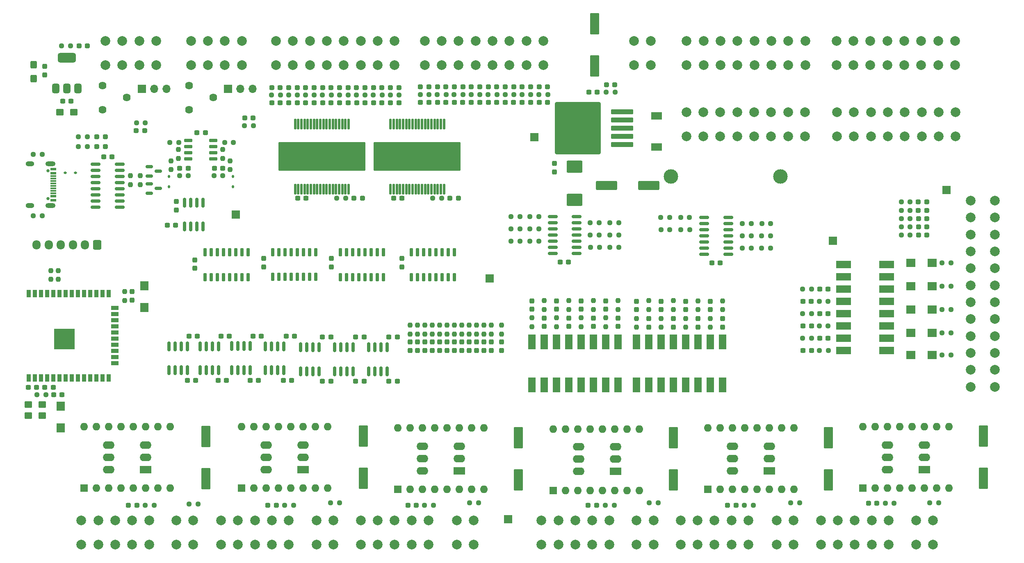
<source format=gts>
G04 #@! TF.GenerationSoftware,KiCad,Pcbnew,8.0.2*
G04 #@! TF.CreationDate,2024-05-03T17:38:01+02:00*
G04 #@! TF.ProjectId,FluidNC,466c7569-644e-4432-9e6b-696361645f70,rev?*
G04 #@! TF.SameCoordinates,Original*
G04 #@! TF.FileFunction,Soldermask,Top*
G04 #@! TF.FilePolarity,Negative*
%FSLAX46Y46*%
G04 Gerber Fmt 4.6, Leading zero omitted, Abs format (unit mm)*
G04 Created by KiCad (PCBNEW 8.0.2) date 2024-05-03 17:38:01*
%MOMM*%
%LPD*%
G01*
G04 APERTURE LIST*
G04 Aperture macros list*
%AMRoundRect*
0 Rectangle with rounded corners*
0 $1 Rounding radius*
0 $2 $3 $4 $5 $6 $7 $8 $9 X,Y pos of 4 corners*
0 Add a 4 corners polygon primitive as box body*
4,1,4,$2,$3,$4,$5,$6,$7,$8,$9,$2,$3,0*
0 Add four circle primitives for the rounded corners*
1,1,$1+$1,$2,$3*
1,1,$1+$1,$4,$5*
1,1,$1+$1,$6,$7*
1,1,$1+$1,$8,$9*
0 Add four rect primitives between the rounded corners*
20,1,$1+$1,$2,$3,$4,$5,0*
20,1,$1+$1,$4,$5,$6,$7,0*
20,1,$1+$1,$6,$7,$8,$9,0*
20,1,$1+$1,$8,$9,$2,$3,0*%
G04 Aperture macros list end*
%ADD10RoundRect,0.237500X-0.237500X0.250000X-0.237500X-0.250000X0.237500X-0.250000X0.237500X0.250000X0*%
%ADD11RoundRect,0.237500X-0.287500X-0.237500X0.287500X-0.237500X0.287500X0.237500X-0.287500X0.237500X0*%
%ADD12RoundRect,0.237500X0.250000X0.237500X-0.250000X0.237500X-0.250000X-0.237500X0.250000X-0.237500X0*%
%ADD13RoundRect,0.237500X-0.250000X-0.237500X0.250000X-0.237500X0.250000X0.237500X-0.250000X0.237500X0*%
%ADD14RoundRect,0.237500X0.237500X-0.250000X0.237500X0.250000X-0.237500X0.250000X-0.237500X-0.250000X0*%
%ADD15RoundRect,0.237500X-0.300000X-0.237500X0.300000X-0.237500X0.300000X0.237500X-0.300000X0.237500X0*%
%ADD16C,2.000000*%
%ADD17C,0.650000*%
%ADD18R,1.240000X0.600000*%
%ADD19R,1.240000X0.300000*%
%ADD20O,2.100000X1.000000*%
%ADD21O,1.800000X1.000000*%
%ADD22RoundRect,0.150000X-0.150000X0.825000X-0.150000X-0.825000X0.150000X-0.825000X0.150000X0.825000X0*%
%ADD23RoundRect,0.237500X0.287500X0.237500X-0.287500X0.237500X-0.287500X-0.237500X0.287500X-0.237500X0*%
%ADD24RoundRect,0.150000X0.150000X-0.725000X0.150000X0.725000X-0.150000X0.725000X-0.150000X-0.725000X0*%
%ADD25RoundRect,0.237500X0.237500X-0.287500X0.237500X0.287500X-0.237500X0.287500X-0.237500X-0.287500X0*%
%ADD26C,1.620000*%
%ADD27RoundRect,0.112500X0.187500X0.112500X-0.187500X0.112500X-0.187500X-0.112500X0.187500X-0.112500X0*%
%ADD28RoundRect,0.150000X-0.587500X-0.150000X0.587500X-0.150000X0.587500X0.150000X-0.587500X0.150000X0*%
%ADD29RoundRect,0.375000X0.375000X-0.625000X0.375000X0.625000X-0.375000X0.625000X-0.375000X-0.625000X0*%
%ADD30RoundRect,0.500000X1.400000X-0.500000X1.400000X0.500000X-1.400000X0.500000X-1.400000X-0.500000X0*%
%ADD31RoundRect,0.250000X-0.537500X-0.425000X0.537500X-0.425000X0.537500X0.425000X-0.537500X0.425000X0*%
%ADD32RoundRect,0.237500X-0.237500X0.300000X-0.237500X-0.300000X0.237500X-0.300000X0.237500X0.300000X0*%
%ADD33C,1.200000*%
%ADD34RoundRect,0.178500X-8.821500X-2.796500X8.821500X-2.796500X8.821500X2.796500X-8.821500X2.796500X0*%
%ADD35RoundRect,0.112500X-0.112500X-0.987500X0.112500X-0.987500X0.112500X0.987500X-0.112500X0.987500X0*%
%ADD36RoundRect,0.237500X0.300000X0.237500X-0.300000X0.237500X-0.300000X-0.237500X0.300000X-0.237500X0*%
%ADD37R,2.400000X1.600000*%
%ADD38O,2.400000X1.600000*%
%ADD39RoundRect,0.250000X0.700000X-1.950000X0.700000X1.950000X-0.700000X1.950000X-0.700000X-1.950000X0*%
%ADD40R,1.600000X3.100000*%
%ADD41R,1.600000X1.600000*%
%ADD42O,1.600000X1.600000*%
%ADD43RoundRect,0.150000X-0.725000X-0.150000X0.725000X-0.150000X0.725000X0.150000X-0.725000X0.150000X0*%
%ADD44RoundRect,0.250000X0.537500X0.425000X-0.537500X0.425000X-0.537500X-0.425000X0.537500X-0.425000X0*%
%ADD45RoundRect,0.250000X0.600000X0.725000X-0.600000X0.725000X-0.600000X-0.725000X0.600000X-0.725000X0*%
%ADD46O,1.700000X1.950000*%
%ADD47RoundRect,0.150000X-0.825000X-0.150000X0.825000X-0.150000X0.825000X0.150000X-0.825000X0.150000X0*%
%ADD48R,1.925000X1.700000*%
%ADD49R,1.700000X1.700000*%
%ADD50R,1.700000X1.925000*%
%ADD51RoundRect,0.237500X0.237500X-0.300000X0.237500X0.300000X-0.237500X0.300000X-0.237500X-0.300000X0*%
%ADD52C,3.000000*%
%ADD53O,1.700000X1.700000*%
%ADD54RoundRect,0.150000X0.150000X-0.825000X0.150000X0.825000X-0.150000X0.825000X-0.150000X-0.825000X0*%
%ADD55RoundRect,0.112500X-0.112500X0.187500X-0.112500X-0.187500X0.112500X-0.187500X0.112500X0.187500X0*%
%ADD56R,2.200000X1.500000*%
%ADD57R,3.100000X1.600000*%
%ADD58R,0.900000X1.500000*%
%ADD59R,1.500000X0.900000*%
%ADD60C,0.600000*%
%ADD61R,4.200000X4.200000*%
%ADD62RoundRect,0.150000X0.825000X0.150000X-0.825000X0.150000X-0.825000X-0.150000X0.825000X-0.150000X0*%
%ADD63RoundRect,0.250000X2.050000X0.300000X-2.050000X0.300000X-2.050000X-0.300000X2.050000X-0.300000X0*%
%ADD64RoundRect,0.250002X4.449998X5.149998X-4.449998X5.149998X-4.449998X-5.149998X4.449998X-5.149998X0*%
%ADD65RoundRect,0.250000X-1.400000X-1.000000X1.400000X-1.000000X1.400000X1.000000X-1.400000X1.000000X0*%
%ADD66RoundRect,0.250000X-0.425000X0.537500X-0.425000X-0.537500X0.425000X-0.537500X0.425000X0.537500X0*%
%ADD67RoundRect,0.250000X1.950000X0.700000X-1.950000X0.700000X-1.950000X-0.700000X1.950000X-0.700000X0*%
G04 APERTURE END LIST*
D10*
X80264000Y-66383500D03*
X80264000Y-68208500D03*
X81788000Y-66383500D03*
X81788000Y-68208500D03*
D11*
X22125000Y-103600000D03*
X23875000Y-103600000D03*
X15597500Y-29464000D03*
X17347500Y-29464000D03*
D12*
X122425000Y-103600000D03*
X120600000Y-103600000D03*
D13*
X3255000Y-80772000D03*
X5080000Y-80772000D03*
D12*
X163171500Y-69088000D03*
X161346500Y-69088000D03*
D14*
X43145000Y-34210000D03*
X43145000Y-32385000D03*
D11*
X174925000Y-103200000D03*
X176675000Y-103200000D03*
D15*
X72737500Y-20400000D03*
X74462500Y-20400000D03*
D10*
X97028000Y-66383500D03*
X97028000Y-68208500D03*
D13*
X55187500Y-18800000D03*
X57012500Y-18800000D03*
D16*
X77104000Y-12620000D03*
X77104000Y-7620000D03*
X73604000Y-12620000D03*
X73604000Y-7620000D03*
X70104000Y-12620000D03*
X70104000Y-7620000D03*
X66604000Y-12620000D03*
X66604000Y-7620000D03*
X63104000Y-12620000D03*
X63104000Y-7620000D03*
X59604000Y-12620000D03*
X59604000Y-7620000D03*
X56104000Y-12620000D03*
X56104000Y-7620000D03*
X52604000Y-12620000D03*
X52604000Y-7620000D03*
X12416000Y-106760000D03*
X12416000Y-111760000D03*
X15916000Y-106760000D03*
X15916000Y-111760000D03*
X19416000Y-106760000D03*
X19416000Y-111760000D03*
X22916000Y-106760000D03*
X22916000Y-111760000D03*
X26416000Y-106760000D03*
X26416000Y-111760000D03*
D13*
X101130500Y-43942000D03*
X102955500Y-43942000D03*
D15*
X111240000Y-53340000D03*
X112965000Y-53340000D03*
D14*
X22527500Y-37300500D03*
X22527500Y-35475500D03*
D17*
X5505500Y-34420000D03*
X5505500Y-40200000D03*
D18*
X6625500Y-34110000D03*
X6625500Y-34910000D03*
D19*
X6625500Y-36060000D03*
X6625500Y-37060000D03*
X6625500Y-37560000D03*
X6625500Y-38560000D03*
D18*
X6625500Y-39710000D03*
X6625500Y-40510000D03*
X6625500Y-40510000D03*
X6625500Y-39710000D03*
D19*
X6625500Y-39060000D03*
X6625500Y-38060000D03*
X6625500Y-36560000D03*
X6625500Y-35560000D03*
D18*
X6625500Y-34910000D03*
X6625500Y-34110000D03*
D20*
X6025500Y-32990000D03*
D21*
X1825500Y-32990000D03*
D20*
X6025500Y-41630000D03*
D21*
X1825500Y-41630000D03*
D13*
X136209000Y-46609000D03*
X138034000Y-46609000D03*
D22*
X75514000Y-70931000D03*
X74244000Y-70931000D03*
X72974000Y-70931000D03*
X71704000Y-70931000D03*
X71704000Y-75881000D03*
X72974000Y-75881000D03*
X74244000Y-75881000D03*
X75514000Y-75881000D03*
D16*
X107412000Y-106760000D03*
X107412000Y-111760000D03*
X110912000Y-106760000D03*
X110912000Y-111760000D03*
X114412000Y-106760000D03*
X114412000Y-111760000D03*
X117912000Y-106760000D03*
X117912000Y-111760000D03*
X121412000Y-106760000D03*
X121412000Y-111760000D03*
D10*
X137160000Y-64977000D03*
X137160000Y-66802000D03*
D13*
X41978500Y-28575000D03*
X43803500Y-28575000D03*
D23*
X186975000Y-42600000D03*
X185225000Y-42600000D03*
D13*
X63857500Y-103124000D03*
X65682500Y-103124000D03*
D22*
X54229000Y-70742000D03*
X52959000Y-70742000D03*
X51689000Y-70742000D03*
X50419000Y-70742000D03*
X50419000Y-75692000D03*
X51689000Y-75692000D03*
X52959000Y-75692000D03*
X54229000Y-75692000D03*
D10*
X99187000Y-66383500D03*
X99187000Y-68208500D03*
D13*
X85887500Y-18700000D03*
X87712500Y-18700000D03*
X129643500Y-103124000D03*
X131468500Y-103124000D03*
X101130500Y-46482000D03*
X102955500Y-46482000D03*
D24*
X37973000Y-56458000D03*
X39243000Y-56458000D03*
X40513000Y-56458000D03*
X41783000Y-56458000D03*
X43053000Y-56458000D03*
X44323000Y-56458000D03*
X45593000Y-56458000D03*
X46863000Y-56458000D03*
X46863000Y-51308000D03*
X45593000Y-51308000D03*
X44323000Y-51308000D03*
X43053000Y-51308000D03*
X41783000Y-51308000D03*
X40513000Y-51308000D03*
X39243000Y-51308000D03*
X37973000Y-51308000D03*
D15*
X57049500Y-40112000D03*
X58774500Y-40112000D03*
D25*
X92456000Y-71600000D03*
X92456000Y-69850000D03*
D26*
X34624000Y-21804000D03*
X39624000Y-19304000D03*
X34624000Y-16804000D03*
D13*
X190095500Y-53467000D03*
X191920500Y-53467000D03*
D10*
X83312000Y-66383500D03*
X83312000Y-68208500D03*
D27*
X11208500Y-34816500D03*
X9108500Y-34816500D03*
D28*
X26416000Y-33594000D03*
X26416000Y-35494000D03*
X28291000Y-34544000D03*
D25*
X90932000Y-71600000D03*
X90932000Y-69850000D03*
D12*
X123379000Y-47752000D03*
X121554000Y-47752000D03*
D10*
X120650000Y-64823500D03*
X120650000Y-66648500D03*
D16*
X70104000Y-106760000D03*
X70104000Y-111760000D03*
X73604000Y-106760000D03*
X73604000Y-111760000D03*
X77104000Y-106760000D03*
X77104000Y-111760000D03*
X80604000Y-106760000D03*
X80604000Y-111760000D03*
X84104000Y-106760000D03*
X84104000Y-111760000D03*
X60960000Y-106760000D03*
X60960000Y-111760000D03*
X64460000Y-106760000D03*
X64460000Y-111760000D03*
D15*
X76237500Y-20400000D03*
X77962500Y-20400000D03*
D13*
X32684000Y-35433000D03*
X34509000Y-35433000D03*
D10*
X95504000Y-66383500D03*
X95504000Y-68208500D03*
D11*
X106925000Y-17100000D03*
X108675000Y-17100000D03*
D13*
X51687500Y-18800000D03*
X53512500Y-18800000D03*
D29*
X7098000Y-17374000D03*
X9398000Y-17374000D03*
D30*
X9398000Y-11074000D03*
D29*
X11698000Y-17374000D03*
D31*
X1443000Y-85090000D03*
X4318000Y-85090000D03*
D23*
X187000000Y-46000000D03*
X185250000Y-46000000D03*
D32*
X144780000Y-65027000D03*
X144780000Y-66752000D03*
D12*
X27412500Y-103600000D03*
X25587500Y-103600000D03*
D33*
X77264000Y-30000000D03*
X77264000Y-31500000D03*
X77264000Y-33000000D03*
X78764000Y-30000000D03*
X78764000Y-31500000D03*
X78764000Y-33000000D03*
X80264000Y-30000000D03*
X80264000Y-31500000D03*
X80264000Y-33000000D03*
X81764000Y-30000000D03*
X81764000Y-31500000D03*
D34*
X81764000Y-31500000D03*
D33*
X81764000Y-33000000D03*
X83264000Y-30000000D03*
X83264000Y-31500000D03*
X83264000Y-33000000D03*
X84764000Y-30000000D03*
X84764000Y-31500000D03*
X84764000Y-33000000D03*
X86264000Y-30000000D03*
X86264000Y-31500000D03*
X86264000Y-33000000D03*
D35*
X76239000Y-38240000D03*
X76889000Y-38240000D03*
X77539000Y-38240000D03*
X78189000Y-38240000D03*
X78839000Y-38240000D03*
X79489000Y-38240000D03*
X80139000Y-38240000D03*
X80789000Y-38240000D03*
X81439000Y-38240000D03*
X82089000Y-38240000D03*
X82739000Y-38240000D03*
X83389000Y-38240000D03*
X84039000Y-38240000D03*
X84689000Y-38240000D03*
X85339000Y-38240000D03*
X85989000Y-38240000D03*
X86639000Y-38240000D03*
X87289000Y-38240000D03*
X87289000Y-24760000D03*
X86639000Y-24760000D03*
X85989000Y-24760000D03*
X85339000Y-24760000D03*
X84689000Y-24760000D03*
X84039000Y-24760000D03*
X83389000Y-24760000D03*
X82739000Y-24760000D03*
X82089000Y-24760000D03*
X81439000Y-24760000D03*
X80789000Y-24760000D03*
X80139000Y-24760000D03*
X79489000Y-24760000D03*
X78839000Y-24760000D03*
X78189000Y-24760000D03*
X77539000Y-24760000D03*
X76889000Y-24760000D03*
X76239000Y-24760000D03*
D15*
X69060000Y-68834000D03*
X70785000Y-68834000D03*
D16*
X127056000Y-106760000D03*
X127056000Y-111760000D03*
X130556000Y-106760000D03*
X130556000Y-111760000D03*
D10*
X92456000Y-66383500D03*
X92456000Y-68208500D03*
D15*
X34305000Y-77789000D03*
X36030000Y-77789000D03*
D11*
X15625500Y-27432000D03*
X17375500Y-27432000D03*
D23*
X187000000Y-47700000D03*
X185250000Y-47700000D03*
D32*
X127000000Y-61394000D03*
X127000000Y-63119000D03*
D11*
X85925000Y-17100000D03*
X87675000Y-17100000D03*
D10*
X86360000Y-66383500D03*
X86360000Y-68208500D03*
X115570000Y-64823500D03*
X115570000Y-66648500D03*
D11*
X72725000Y-17200000D03*
X74475000Y-17200000D03*
D15*
X32731000Y-33909000D03*
X34456000Y-33909000D03*
D11*
X145825000Y-103600000D03*
X147575000Y-103600000D03*
D32*
X32004000Y-40793500D03*
X32004000Y-42518500D03*
D10*
X90932000Y-66383500D03*
X90932000Y-68208500D03*
D32*
X35814000Y-52885000D03*
X35814000Y-54610000D03*
D12*
X119315000Y-47752000D03*
X117490000Y-47752000D03*
D36*
X118900000Y-18200000D03*
X117175000Y-18200000D03*
D37*
X58156000Y-96210000D03*
D38*
X58156000Y-93670000D03*
X58156000Y-91130000D03*
X50536000Y-91130000D03*
X50536000Y-93670000D03*
X50536000Y-96210000D03*
D16*
X161884000Y-12620000D03*
X161884000Y-7620000D03*
X158384000Y-12620000D03*
X158384000Y-7620000D03*
X154884000Y-12620000D03*
X154884000Y-7620000D03*
X151384000Y-12620000D03*
X151384000Y-7620000D03*
X147884000Y-12620000D03*
X147884000Y-7620000D03*
X144384000Y-12620000D03*
X144384000Y-7620000D03*
X140884000Y-12620000D03*
X140884000Y-7620000D03*
X137384000Y-12620000D03*
X137384000Y-7620000D03*
D15*
X65737500Y-20400000D03*
X67462500Y-20400000D03*
D16*
X41260000Y-106760000D03*
X41260000Y-111760000D03*
X44760000Y-106760000D03*
X44760000Y-111760000D03*
X48260000Y-106760000D03*
X48260000Y-111760000D03*
X51760000Y-106760000D03*
X51760000Y-111760000D03*
X55260000Y-106760000D03*
X55260000Y-111760000D03*
D13*
X164799000Y-71628000D03*
X166624000Y-71628000D03*
D11*
X58725000Y-17200000D03*
X60475000Y-17200000D03*
D10*
X89408000Y-66383500D03*
X89408000Y-68208500D03*
D32*
X137160000Y-61394000D03*
X137160000Y-63119000D03*
X129540000Y-65027000D03*
X129540000Y-66752000D03*
D12*
X150734000Y-47879000D03*
X148909000Y-47879000D03*
D37*
X154432000Y-96520000D03*
D38*
X154432000Y-93980000D03*
X154432000Y-91440000D03*
X146812000Y-91440000D03*
X146812000Y-93980000D03*
X146812000Y-96520000D03*
D32*
X118110000Y-64900000D03*
X118110000Y-66625000D03*
D39*
X118364000Y-12732000D03*
X118364000Y-4032000D03*
D10*
X87884000Y-66383500D03*
X87884000Y-68208500D03*
D16*
X45552000Y-12620000D03*
X45552000Y-7620000D03*
X42052000Y-12620000D03*
X42052000Y-7620000D03*
X38552000Y-12620000D03*
X38552000Y-7620000D03*
X35052000Y-12620000D03*
X35052000Y-7620000D03*
D12*
X86764500Y-40112000D03*
X84939500Y-40112000D03*
D15*
X58737500Y-20400000D03*
X60462500Y-20400000D03*
D13*
X164775500Y-66548000D03*
X166600500Y-66548000D03*
D16*
X129992000Y-12620000D03*
X129992000Y-7620000D03*
X126492000Y-12620000D03*
X126492000Y-7620000D03*
D40*
X105410000Y-78740000D03*
X107950000Y-78740000D03*
X110490000Y-78740000D03*
X113030000Y-78740000D03*
X115570000Y-78740000D03*
X118110000Y-78740000D03*
X120650000Y-78740000D03*
X123190000Y-78740000D03*
X123190000Y-69850000D03*
X120650000Y-69850000D03*
X118110000Y-69850000D03*
X115570000Y-69850000D03*
X113030000Y-69850000D03*
X110490000Y-69850000D03*
X107950000Y-69850000D03*
X105410000Y-69850000D03*
D13*
X62187500Y-18800000D03*
X64012500Y-18800000D03*
D12*
X154733000Y-45339000D03*
X152908000Y-45339000D03*
D41*
X13000000Y-100000000D03*
D42*
X15540000Y-100000000D03*
X18080000Y-100000000D03*
X20620000Y-100000000D03*
X23160000Y-100000000D03*
X25700000Y-100000000D03*
X28240000Y-100000000D03*
X30780000Y-100000000D03*
X30780000Y-87300000D03*
X28240000Y-87300000D03*
X25700000Y-87300000D03*
X23160000Y-87300000D03*
X20620000Y-87300000D03*
X18080000Y-87300000D03*
X15540000Y-87300000D03*
X13000000Y-87300000D03*
D15*
X99937500Y-20300000D03*
X101662500Y-20300000D03*
D12*
X66952500Y-40112000D03*
X65127500Y-40112000D03*
D41*
X109812000Y-100508000D03*
D42*
X112352000Y-100508000D03*
X114892000Y-100508000D03*
X117432000Y-100508000D03*
X119972000Y-100508000D03*
X122512000Y-100508000D03*
X125052000Y-100508000D03*
X127592000Y-100508000D03*
X127592000Y-87808000D03*
X125052000Y-87808000D03*
X122512000Y-87808000D03*
X119972000Y-87808000D03*
X117432000Y-87808000D03*
X114892000Y-87808000D03*
X112352000Y-87808000D03*
X109812000Y-87808000D03*
D43*
X34474000Y-28194000D03*
X34474000Y-29464000D03*
X34474000Y-30734000D03*
X34474000Y-32004000D03*
X39624000Y-32004000D03*
X39624000Y-30734000D03*
X39624000Y-29464000D03*
X39624000Y-28194000D03*
D24*
X80518000Y-56423000D03*
X81788000Y-56423000D03*
X83058000Y-56423000D03*
X84328000Y-56423000D03*
X85598000Y-56423000D03*
X86868000Y-56423000D03*
X88138000Y-56423000D03*
X89408000Y-56423000D03*
X89408000Y-51273000D03*
X88138000Y-51273000D03*
X86868000Y-51273000D03*
X85598000Y-51273000D03*
X84328000Y-51273000D03*
X83058000Y-51273000D03*
X81788000Y-51273000D03*
X80518000Y-51273000D03*
D44*
X10835500Y-22352000D03*
X7960500Y-22352000D03*
D45*
X15668000Y-49784000D03*
D46*
X13168000Y-49784000D03*
X10668000Y-49784000D03*
X8168000Y-49784000D03*
X5668000Y-49784000D03*
X3168000Y-49784000D03*
D47*
X15388500Y-33038500D03*
X15388500Y-34308500D03*
X15388500Y-35578500D03*
X15388500Y-36848500D03*
X15388500Y-38118500D03*
X15388500Y-39388500D03*
X15388500Y-40658500D03*
X15388500Y-41928500D03*
X20338500Y-41928500D03*
X20338500Y-40658500D03*
X20338500Y-39388500D03*
X20338500Y-38118500D03*
X20338500Y-36848500D03*
X20338500Y-35578500D03*
X20338500Y-34308500D03*
X20338500Y-33038500D03*
D13*
X69187500Y-18800000D03*
X71012500Y-18800000D03*
D15*
X103437500Y-20300000D03*
X105162500Y-20300000D03*
X75918000Y-77978000D03*
X77643000Y-77978000D03*
D10*
X105410000Y-64823500D03*
X105410000Y-66648500D03*
D48*
X188062500Y-53467000D03*
X183637500Y-53467000D03*
D15*
X62237500Y-20400000D03*
X63962500Y-20400000D03*
D49*
X105900000Y-27500000D03*
D25*
X83312000Y-71600000D03*
X83312000Y-69850000D03*
D11*
X62225000Y-17200000D03*
X63975000Y-17200000D03*
D13*
X105044000Y-43942000D03*
X106869000Y-43942000D03*
D50*
X25400000Y-62664500D03*
X25400000Y-58239500D03*
D11*
X51725000Y-17200000D03*
X53475000Y-17200000D03*
D12*
X163171500Y-58928000D03*
X161346500Y-58928000D03*
D51*
X22860000Y-61161000D03*
X22860000Y-59436000D03*
D15*
X164852000Y-69088000D03*
X166577000Y-69088000D03*
D37*
X122672000Y-96530000D03*
D38*
X122672000Y-93990000D03*
X122672000Y-91450000D03*
X115052000Y-91450000D03*
X115052000Y-93990000D03*
X115052000Y-96530000D03*
D52*
X134100000Y-35600000D03*
X156700000Y-35600000D03*
D15*
X34616500Y-68645000D03*
X36341500Y-68645000D03*
D13*
X82387500Y-18700000D03*
X84212500Y-18700000D03*
X120778000Y-18200000D03*
X122603000Y-18200000D03*
D36*
X31850500Y-45720000D03*
X30125500Y-45720000D03*
D13*
X58687500Y-18800000D03*
X60512500Y-18800000D03*
X92559500Y-103124000D03*
X94384500Y-103124000D03*
D32*
X134620000Y-65027000D03*
X134620000Y-66752000D03*
D10*
X142240000Y-64977000D03*
X142240000Y-66802000D03*
D12*
X119315000Y-45212000D03*
X117490000Y-45212000D03*
D49*
X44300000Y-43500000D03*
D13*
X181687500Y-44300000D03*
X183512500Y-44300000D03*
D12*
X150734000Y-45339000D03*
X148909000Y-45339000D03*
X32524000Y-28575000D03*
X30699000Y-28575000D03*
D13*
X181687500Y-40900000D03*
X183512500Y-40900000D03*
D15*
X55237500Y-20400000D03*
X56962500Y-20400000D03*
D16*
X196044000Y-79102000D03*
X201044000Y-79102000D03*
X196044000Y-75602000D03*
X201044000Y-75602000D03*
X196044000Y-72102000D03*
X201044000Y-72102000D03*
X196044000Y-68602000D03*
X201044000Y-68602000D03*
X196044000Y-65102000D03*
X201044000Y-65102000D03*
X196044000Y-61602000D03*
X201044000Y-61602000D03*
X196044000Y-58102000D03*
X201044000Y-58102000D03*
X196044000Y-54602000D03*
X201044000Y-54602000D03*
X196044000Y-51102000D03*
X201044000Y-51102000D03*
X196044000Y-47602000D03*
X201044000Y-47602000D03*
X196044000Y-44102000D03*
X201044000Y-44102000D03*
X196044000Y-40602000D03*
X201044000Y-40602000D03*
D15*
X161396500Y-61468000D03*
X163121500Y-61468000D03*
D40*
X127000000Y-78740000D03*
X129540000Y-78740000D03*
X132080000Y-78740000D03*
X134620000Y-78740000D03*
X137160000Y-78740000D03*
X139700000Y-78740000D03*
X142240000Y-78740000D03*
X144780000Y-78740000D03*
X144780000Y-69850000D03*
X142240000Y-69850000D03*
X139700000Y-69850000D03*
X137160000Y-69850000D03*
X134620000Y-69850000D03*
X132080000Y-69850000D03*
X129540000Y-69850000D03*
X127000000Y-69850000D03*
D11*
X96425000Y-17100000D03*
X98175000Y-17100000D03*
D10*
X93980000Y-66383500D03*
X93980000Y-68208500D03*
D49*
X167600000Y-48900000D03*
D25*
X81788000Y-71600000D03*
X81788000Y-69850000D03*
D13*
X103387500Y-18700000D03*
X105212500Y-18700000D03*
D32*
X110100000Y-32937500D03*
X110100000Y-34662500D03*
D11*
X65725000Y-17200000D03*
X67475000Y-17200000D03*
D13*
X99887500Y-18700000D03*
X101712500Y-18700000D03*
D15*
X164852000Y-64008000D03*
X166577000Y-64008000D03*
X54117000Y-77789000D03*
X55842000Y-77789000D03*
D49*
X42672000Y-17526000D03*
D53*
X45212000Y-17526000D03*
X47752000Y-17526000D03*
D10*
X6096000Y-55071000D03*
X6096000Y-56896000D03*
D13*
X187555500Y-103124000D03*
X189380500Y-103124000D03*
D14*
X144780000Y-63166000D03*
X144780000Y-61341000D03*
D11*
X69225000Y-17200000D03*
X70975000Y-17200000D03*
D15*
X82437500Y-20300000D03*
X84162500Y-20300000D03*
D13*
X190095500Y-67945000D03*
X191920500Y-67945000D03*
X72687500Y-18800000D03*
X74512500Y-18800000D03*
X92887500Y-18700000D03*
X94712500Y-18700000D03*
D32*
X113030000Y-64900000D03*
X113030000Y-66625000D03*
D48*
X188062500Y-63119000D03*
X183637500Y-63119000D03*
D31*
X1443000Y-82804000D03*
X4318000Y-82804000D03*
D23*
X187000000Y-44300000D03*
X185250000Y-44300000D03*
D13*
X46087500Y-25100000D03*
X47912500Y-25100000D03*
D12*
X151112500Y-103600000D03*
X149287500Y-103600000D03*
D32*
X115570000Y-61344000D03*
X115570000Y-63069000D03*
D13*
X76187500Y-18800000D03*
X78012500Y-18800000D03*
D49*
X191000000Y-38400000D03*
D39*
X102616000Y-98320000D03*
X102616000Y-89620000D03*
X70612000Y-98010000D03*
X70612000Y-89310000D03*
D13*
X2511500Y-31006500D03*
X4336500Y-31006500D03*
D14*
X129540000Y-63119000D03*
X129540000Y-61294000D03*
D24*
X65913000Y-56458000D03*
X67183000Y-56458000D03*
X68453000Y-56458000D03*
X69723000Y-56458000D03*
X70993000Y-56458000D03*
X72263000Y-56458000D03*
X73533000Y-56458000D03*
X74803000Y-56458000D03*
X74803000Y-51308000D03*
X73533000Y-51308000D03*
X72263000Y-51308000D03*
X70993000Y-51308000D03*
X69723000Y-51308000D03*
X68453000Y-51308000D03*
X67183000Y-51308000D03*
X65913000Y-51308000D03*
D36*
X38012000Y-26543000D03*
X36287000Y-26543000D03*
D11*
X55225000Y-17200000D03*
X56975000Y-17200000D03*
D15*
X4879000Y-79248000D03*
X6604000Y-79248000D03*
D13*
X8335000Y-8636000D03*
X10160000Y-8636000D03*
D15*
X164852000Y-58928000D03*
X166577000Y-58928000D03*
D12*
X123379000Y-50292000D03*
X121554000Y-50292000D03*
D41*
X77734000Y-100310000D03*
D42*
X80274000Y-100310000D03*
X82814000Y-100310000D03*
X85354000Y-100310000D03*
X87894000Y-100310000D03*
X90434000Y-100310000D03*
X92974000Y-100310000D03*
X95514000Y-100310000D03*
X95514000Y-87610000D03*
X92974000Y-87610000D03*
X90434000Y-87610000D03*
X87894000Y-87610000D03*
X85354000Y-87610000D03*
X82814000Y-87610000D03*
X80274000Y-87610000D03*
X77734000Y-87610000D03*
D16*
X184778000Y-106760000D03*
X184778000Y-111760000D03*
X188278000Y-106760000D03*
X188278000Y-111760000D03*
D15*
X41220500Y-68645000D03*
X42945500Y-68645000D03*
D12*
X150734000Y-50419000D03*
X148909000Y-50419000D03*
D14*
X113030000Y-63116000D03*
X113030000Y-61291000D03*
D32*
X110490000Y-61344000D03*
X110490000Y-63069000D03*
D10*
X41621000Y-30052000D03*
X41621000Y-31877000D03*
D16*
X155956000Y-106760000D03*
X155956000Y-111760000D03*
X159456000Y-106760000D03*
X159456000Y-111760000D03*
D49*
X100500000Y-106500000D03*
D13*
X11787500Y-29464000D03*
X13612500Y-29464000D03*
D16*
X165100000Y-106760000D03*
X165100000Y-111760000D03*
X168600000Y-106760000D03*
X168600000Y-111760000D03*
X172100000Y-106760000D03*
X172100000Y-111760000D03*
X175600000Y-106760000D03*
X175600000Y-111760000D03*
X179100000Y-106760000D03*
X179100000Y-111760000D03*
D54*
X33747000Y-45971000D03*
X35017000Y-45971000D03*
X36287000Y-45971000D03*
X37557000Y-45971000D03*
X37557000Y-41021000D03*
X36287000Y-41021000D03*
X35017000Y-41021000D03*
X33747000Y-41021000D03*
D24*
X51943000Y-56388000D03*
X53213000Y-56388000D03*
X54483000Y-56388000D03*
X55753000Y-56388000D03*
X57023000Y-56388000D03*
X58293000Y-56388000D03*
X59563000Y-56388000D03*
X60833000Y-56388000D03*
X60833000Y-51238000D03*
X59563000Y-51238000D03*
X58293000Y-51238000D03*
X57023000Y-51238000D03*
X55753000Y-51238000D03*
X54483000Y-51238000D03*
X53213000Y-51238000D03*
X51943000Y-51238000D03*
D48*
X188062500Y-72517000D03*
X183637500Y-72517000D03*
D12*
X41621000Y-35433000D03*
X39796000Y-35433000D03*
D10*
X84836000Y-66383500D03*
X84836000Y-68208500D03*
D13*
X105044000Y-49022000D03*
X106869000Y-49022000D03*
D32*
X105410000Y-61344000D03*
X105410000Y-63069000D03*
D12*
X119362000Y-50292000D03*
X117537000Y-50292000D03*
D26*
X16804000Y-21804000D03*
X21804000Y-19304000D03*
X16804000Y-16804000D03*
D13*
X181687500Y-46000000D03*
X183512500Y-46000000D03*
X190095500Y-72517000D03*
X191920500Y-72517000D03*
D12*
X154686000Y-50419000D03*
X152861000Y-50419000D03*
D15*
X51737500Y-20400000D03*
X53462500Y-20400000D03*
D14*
X21336000Y-61261000D03*
X21336000Y-59436000D03*
D55*
X43688000Y-35624000D03*
X43688000Y-37724000D03*
D13*
X190095500Y-58293000D03*
X191920500Y-58293000D03*
D15*
X85937500Y-20300000D03*
X87662500Y-20300000D03*
D36*
X41621000Y-33909000D03*
X39896000Y-33909000D03*
D14*
X107950000Y-63116000D03*
X107950000Y-61291000D03*
D13*
X132080000Y-46609000D03*
X133905000Y-46609000D03*
D12*
X56212500Y-103600000D03*
X54387500Y-103600000D03*
D48*
X188062500Y-67945000D03*
X183637500Y-67945000D03*
D39*
X198628000Y-98010000D03*
X198628000Y-89310000D03*
D56*
X131200000Y-29500000D03*
X131200000Y-23100000D03*
D50*
X8128000Y-87556500D03*
X8128000Y-83131500D03*
D11*
X120815500Y-16676000D03*
X122565500Y-16676000D03*
D25*
X93980000Y-71600000D03*
X93980000Y-69850000D03*
D41*
X45466000Y-100000000D03*
D42*
X48006000Y-100000000D03*
X50546000Y-100000000D03*
X53086000Y-100000000D03*
X55626000Y-100000000D03*
X58166000Y-100000000D03*
X60706000Y-100000000D03*
X63246000Y-100000000D03*
X63246000Y-87300000D03*
X60706000Y-87300000D03*
X58166000Y-87300000D03*
X55626000Y-87300000D03*
X53086000Y-87300000D03*
X50546000Y-87300000D03*
X48006000Y-87300000D03*
X45466000Y-87300000D03*
D25*
X89408000Y-71600000D03*
X89408000Y-69850000D03*
D33*
X57572000Y-30000000D03*
X57572000Y-31500000D03*
X57572000Y-33000000D03*
X59072000Y-30000000D03*
X59072000Y-31500000D03*
X59072000Y-33000000D03*
X60572000Y-30000000D03*
X60572000Y-31500000D03*
X60572000Y-33000000D03*
X62072000Y-30000000D03*
X62072000Y-31500000D03*
D34*
X62072000Y-31500000D03*
D33*
X62072000Y-33000000D03*
X63572000Y-30000000D03*
X63572000Y-31500000D03*
X63572000Y-33000000D03*
X65072000Y-30000000D03*
X65072000Y-31500000D03*
X65072000Y-33000000D03*
X66572000Y-30000000D03*
X66572000Y-31500000D03*
X66572000Y-33000000D03*
D35*
X56547000Y-38240000D03*
X57197000Y-38240000D03*
X57847000Y-38240000D03*
X58497000Y-38240000D03*
X59147000Y-38240000D03*
X59797000Y-38240000D03*
X60447000Y-38240000D03*
X61097000Y-38240000D03*
X61747000Y-38240000D03*
X62397000Y-38240000D03*
X63047000Y-38240000D03*
X63697000Y-38240000D03*
X64347000Y-38240000D03*
X64997000Y-38240000D03*
X65647000Y-38240000D03*
X66297000Y-38240000D03*
X66947000Y-38240000D03*
X67597000Y-38240000D03*
X67597000Y-24760000D03*
X66947000Y-24760000D03*
X66297000Y-24760000D03*
X65647000Y-24760000D03*
X64997000Y-24760000D03*
X64347000Y-24760000D03*
X63697000Y-24760000D03*
X63047000Y-24760000D03*
X62397000Y-24760000D03*
X61747000Y-24760000D03*
X61097000Y-24760000D03*
X60447000Y-24760000D03*
X59797000Y-24760000D03*
X59147000Y-24760000D03*
X58497000Y-24760000D03*
X57847000Y-24760000D03*
X57197000Y-24760000D03*
X56547000Y-24760000D03*
D22*
X34290000Y-70742000D03*
X33020000Y-70742000D03*
X31750000Y-70742000D03*
X30480000Y-70742000D03*
X30480000Y-75692000D03*
X31750000Y-75692000D03*
X33020000Y-75692000D03*
X34290000Y-75692000D03*
D12*
X85112500Y-103600000D03*
X83287500Y-103600000D03*
D15*
X106937500Y-20300000D03*
X108662500Y-20300000D03*
D32*
X142240000Y-61394000D03*
X142240000Y-63119000D03*
D13*
X136162000Y-44069000D03*
X137987000Y-44069000D03*
D11*
X82425000Y-17100000D03*
X84175000Y-17100000D03*
D16*
X161828000Y-27352000D03*
X161828000Y-22352000D03*
X158328000Y-27352000D03*
X158328000Y-22352000D03*
X154828000Y-27352000D03*
X154828000Y-22352000D03*
X151328000Y-27352000D03*
X151328000Y-22352000D03*
X147828000Y-27352000D03*
X147828000Y-22352000D03*
X144328000Y-27352000D03*
X144328000Y-22352000D03*
X140828000Y-27352000D03*
X140828000Y-22352000D03*
X137328000Y-27352000D03*
X137328000Y-22352000D03*
D11*
X99925000Y-17100000D03*
X101675000Y-17100000D03*
D15*
X62202000Y-68834000D03*
X63927000Y-68834000D03*
D13*
X158853500Y-103124000D03*
X160678500Y-103124000D03*
D12*
X163171500Y-64008000D03*
X161346500Y-64008000D03*
D10*
X110490000Y-64823500D03*
X110490000Y-66648500D03*
D15*
X96437500Y-20300000D03*
X98162500Y-20300000D03*
D13*
X34647500Y-103378000D03*
X36472500Y-103378000D03*
D11*
X76225000Y-17200000D03*
X77975000Y-17200000D03*
D22*
X68514000Y-70931000D03*
X67244000Y-70931000D03*
X65974000Y-70931000D03*
X64704000Y-70931000D03*
X64704000Y-75881000D03*
X65974000Y-75881000D03*
X67244000Y-75881000D03*
X68514000Y-75881000D03*
D32*
X132080000Y-61394000D03*
X132080000Y-63119000D03*
D13*
X190095500Y-63119000D03*
X191920500Y-63119000D03*
D57*
X178689000Y-71628000D03*
X178689000Y-69088000D03*
X178689000Y-66548000D03*
X178689000Y-64008000D03*
X178689000Y-61468000D03*
X178689000Y-58928000D03*
X178689000Y-56388000D03*
X178689000Y-53848000D03*
X169799000Y-53848000D03*
X169799000Y-56388000D03*
X169799000Y-58928000D03*
X169799000Y-61468000D03*
X169799000Y-64008000D03*
X169799000Y-66548000D03*
X169799000Y-69088000D03*
X169799000Y-71628000D03*
D37*
X186436000Y-96210000D03*
D38*
X186436000Y-93670000D03*
X186436000Y-91130000D03*
X178816000Y-91130000D03*
X178816000Y-93670000D03*
X178816000Y-96210000D03*
D58*
X1550000Y-77285000D03*
X2820000Y-77285000D03*
X4090000Y-77285000D03*
X5360000Y-77285000D03*
X6630000Y-77285000D03*
X7900000Y-77285000D03*
X9170000Y-77285000D03*
X10440000Y-77285000D03*
X11710000Y-77285000D03*
X12980000Y-77285000D03*
X14250000Y-77285000D03*
X15520000Y-77285000D03*
X16790000Y-77285000D03*
X18060000Y-77285000D03*
D59*
X19310000Y-74245000D03*
X19310000Y-72975000D03*
X19310000Y-71705000D03*
X19310000Y-70435000D03*
X19310000Y-69165000D03*
X19310000Y-67895000D03*
X19310000Y-66625000D03*
X19310000Y-65355000D03*
X19310000Y-64085000D03*
X19310000Y-62815000D03*
D58*
X18060000Y-59785000D03*
X16790000Y-59785000D03*
X15520000Y-59785000D03*
X14250000Y-59785000D03*
X12980000Y-59785000D03*
X11710000Y-59785000D03*
X10440000Y-59785000D03*
X9170000Y-59785000D03*
X7900000Y-59785000D03*
X6630000Y-59785000D03*
X5360000Y-59785000D03*
X4090000Y-59785000D03*
X2820000Y-59785000D03*
X1550000Y-59785000D03*
D60*
X8127500Y-70740000D03*
X9652500Y-70740000D03*
X7365000Y-69977500D03*
X8890000Y-69977500D03*
X10415000Y-69977500D03*
X8127500Y-69215000D03*
D61*
X8890000Y-69215000D03*
D60*
X9652500Y-69215000D03*
X7365000Y-68452500D03*
X8890000Y-68452500D03*
X10415000Y-68452500D03*
X8127500Y-67690000D03*
X9652500Y-67690000D03*
D32*
X123190000Y-64900000D03*
X123190000Y-66625000D03*
D15*
X47824500Y-68645000D03*
X49549500Y-68645000D03*
D11*
X89425000Y-17100000D03*
X91175000Y-17100000D03*
D13*
X89387500Y-18700000D03*
X91212500Y-18700000D03*
D32*
X107950000Y-64900000D03*
X107950000Y-66625000D03*
D62*
X114678000Y-51562000D03*
X114678000Y-50292000D03*
X114678000Y-49022000D03*
X114678000Y-47752000D03*
X114678000Y-46482000D03*
X114678000Y-45212000D03*
X114678000Y-43942000D03*
X109728000Y-43942000D03*
X109728000Y-45212000D03*
X109728000Y-46482000D03*
X109728000Y-47752000D03*
X109728000Y-49022000D03*
X109728000Y-50292000D03*
X109728000Y-51562000D03*
D13*
X23787500Y-24500000D03*
X25612500Y-24500000D03*
D11*
X50925000Y-103600000D03*
X52675000Y-103600000D03*
D22*
X61514000Y-70931000D03*
X60244000Y-70931000D03*
X58974000Y-70931000D03*
X57704000Y-70931000D03*
X57704000Y-75881000D03*
X58974000Y-75881000D03*
X60244000Y-75881000D03*
X61514000Y-75881000D03*
D10*
X32477000Y-30052000D03*
X32477000Y-31877000D03*
D49*
X96700000Y-56700000D03*
D37*
X25690000Y-96210000D03*
D38*
X25690000Y-93670000D03*
X25690000Y-91130000D03*
X18070000Y-91130000D03*
X18070000Y-93670000D03*
X18070000Y-96210000D03*
D13*
X132033000Y-44069000D03*
X133858000Y-44069000D03*
D41*
X173746000Y-100000000D03*
D42*
X176286000Y-100000000D03*
X178826000Y-100000000D03*
X181366000Y-100000000D03*
X183906000Y-100000000D03*
X186446000Y-100000000D03*
X188986000Y-100000000D03*
X191526000Y-100000000D03*
X191526000Y-87300000D03*
X188986000Y-87300000D03*
X186446000Y-87300000D03*
X183906000Y-87300000D03*
X181366000Y-87300000D03*
X178826000Y-87300000D03*
X176286000Y-87300000D03*
X173746000Y-87300000D03*
D39*
X134620000Y-98330000D03*
X134620000Y-89630000D03*
D11*
X103425000Y-17100000D03*
X105175000Y-17100000D03*
D13*
X164775500Y-61468000D03*
X166600500Y-61468000D03*
D10*
X132080000Y-64977000D03*
X132080000Y-66802000D03*
D15*
X62202000Y-77978000D03*
X63927000Y-77978000D03*
D62*
X145985000Y-51689000D03*
X145985000Y-50419000D03*
X145985000Y-49149000D03*
X145985000Y-47879000D03*
X145985000Y-46609000D03*
X145985000Y-45339000D03*
X145985000Y-44069000D03*
X141035000Y-44069000D03*
X141035000Y-45339000D03*
X141035000Y-46609000D03*
X141035000Y-47879000D03*
X141035000Y-49149000D03*
X141035000Y-50419000D03*
X141035000Y-51689000D03*
D15*
X161423000Y-66548000D03*
X163148000Y-66548000D03*
D63*
X124050000Y-29000000D03*
X124050000Y-27300000D03*
X124050000Y-25600000D03*
D64*
X114900000Y-25600000D03*
D63*
X124050000Y-23900000D03*
X124050000Y-22200000D03*
D25*
X80264000Y-71600000D03*
X80264000Y-69850000D03*
D15*
X76861500Y-40112000D03*
X78586500Y-40112000D03*
D11*
X79825000Y-103600000D03*
X81575000Y-103600000D03*
D16*
X192928000Y-27352000D03*
X192928000Y-22352000D03*
X189428000Y-27352000D03*
X189428000Y-22352000D03*
X185928000Y-27352000D03*
X185928000Y-22352000D03*
X182428000Y-27352000D03*
X182428000Y-22352000D03*
X178928000Y-27352000D03*
X178928000Y-22352000D03*
X175428000Y-27352000D03*
X175428000Y-22352000D03*
X171928000Y-27352000D03*
X171928000Y-22352000D03*
X168428000Y-27352000D03*
X168428000Y-22352000D03*
D23*
X25500000Y-26100000D03*
X23750000Y-26100000D03*
D16*
X107812000Y-12620000D03*
X107812000Y-7620000D03*
X104312000Y-12620000D03*
X104312000Y-7620000D03*
X100812000Y-12620000D03*
X100812000Y-7620000D03*
X97312000Y-12620000D03*
X97312000Y-7620000D03*
X93812000Y-12620000D03*
X93812000Y-7620000D03*
X90312000Y-12620000D03*
X90312000Y-7620000D03*
X86812000Y-12620000D03*
X86812000Y-7620000D03*
X83312000Y-12620000D03*
X83312000Y-7620000D03*
D12*
X180212500Y-103200000D03*
X178387500Y-103200000D03*
D32*
X4826000Y-12853500D03*
X4826000Y-14578500D03*
X50038000Y-52578000D03*
X50038000Y-54303000D03*
D49*
X24907000Y-17526000D03*
D53*
X27447000Y-17526000D03*
X29987000Y-17526000D03*
D48*
X188062500Y-58293000D03*
X183637500Y-58293000D03*
D15*
X161423000Y-71628000D03*
X163148000Y-71628000D03*
D32*
X64008000Y-52578000D03*
X64008000Y-54303000D03*
D14*
X30953000Y-34210000D03*
X30953000Y-32385000D03*
D11*
X92925000Y-17100000D03*
X94675000Y-17100000D03*
D13*
X96387500Y-18700000D03*
X98212500Y-18700000D03*
X181687500Y-42600000D03*
X183512500Y-42600000D03*
D14*
X134620000Y-63119000D03*
X134620000Y-61294000D03*
D15*
X40655000Y-77789000D03*
X42380000Y-77789000D03*
D65*
X114200000Y-33600000D03*
X114200000Y-40400000D03*
D25*
X86360000Y-71600000D03*
X86360000Y-69850000D03*
D16*
X136144000Y-106760000D03*
X136144000Y-111760000D03*
X139644000Y-106760000D03*
X139644000Y-111760000D03*
X143144000Y-106760000D03*
X143144000Y-111760000D03*
X146644000Y-106760000D03*
X146644000Y-111760000D03*
X150144000Y-106760000D03*
X150144000Y-111760000D03*
D14*
X139700000Y-63166000D03*
X139700000Y-61341000D03*
D16*
X32004000Y-106760000D03*
X32004000Y-111760000D03*
X35504000Y-106760000D03*
X35504000Y-111760000D03*
D10*
X24559500Y-35475500D03*
X24559500Y-37300500D03*
D22*
X47290000Y-70677000D03*
X46020000Y-70677000D03*
X44750000Y-70677000D03*
X43480000Y-70677000D03*
X43480000Y-75627000D03*
X44750000Y-75627000D03*
X46020000Y-75627000D03*
X47290000Y-75627000D03*
D14*
X118110000Y-63116000D03*
X118110000Y-61291000D03*
D32*
X78613000Y-52578000D03*
X78613000Y-54303000D03*
D15*
X54682500Y-68645000D03*
X56407500Y-68645000D03*
D12*
X123379000Y-45212000D03*
X121554000Y-45212000D03*
D16*
X89916000Y-106760000D03*
X89916000Y-111760000D03*
X93416000Y-106760000D03*
X93416000Y-111760000D03*
D55*
X30480000Y-35624000D03*
X30480000Y-37724000D03*
D25*
X84836000Y-71600000D03*
X84836000Y-69850000D03*
D13*
X181687500Y-47700000D03*
X183512500Y-47700000D03*
D15*
X142612000Y-53467000D03*
X144337000Y-53467000D03*
D16*
X192816000Y-12620000D03*
X192816000Y-7620000D03*
X189316000Y-12620000D03*
X189316000Y-7620000D03*
X185816000Y-12620000D03*
X185816000Y-7620000D03*
X182316000Y-12620000D03*
X182316000Y-7620000D03*
X178816000Y-12620000D03*
X178816000Y-7620000D03*
X175316000Y-12620000D03*
X175316000Y-7620000D03*
X171816000Y-12620000D03*
X171816000Y-7620000D03*
X168316000Y-12620000D03*
X168316000Y-7620000D03*
D39*
X166624000Y-98330000D03*
X166624000Y-89630000D03*
X38100000Y-98108000D03*
X38100000Y-89408000D03*
D13*
X11787500Y-27432000D03*
X13612500Y-27432000D03*
D23*
X90283000Y-40112000D03*
X88533000Y-40112000D03*
D10*
X127000000Y-64977000D03*
X127000000Y-66802000D03*
X7620000Y-55071000D03*
X7620000Y-56896000D03*
D25*
X97028000Y-71600000D03*
X97028000Y-69850000D03*
D15*
X69275000Y-20400000D03*
X71000000Y-20400000D03*
D12*
X154686000Y-47879000D03*
X152861000Y-47879000D03*
D37*
X90424000Y-96520000D03*
D38*
X90424000Y-93980000D03*
X90424000Y-91440000D03*
X82804000Y-91440000D03*
X82804000Y-93980000D03*
X82804000Y-96520000D03*
D13*
X2511500Y-43706500D03*
X4336500Y-43706500D03*
D15*
X92937500Y-20300000D03*
X94662500Y-20300000D03*
X69060000Y-77978000D03*
X70785000Y-77978000D03*
D23*
X13688000Y-8636000D03*
X11938000Y-8636000D03*
D25*
X99187000Y-71600000D03*
X99187000Y-69850000D03*
D23*
X70471000Y-40112000D03*
X68721000Y-40112000D03*
D13*
X65687500Y-18800000D03*
X67512500Y-18800000D03*
D41*
X141742000Y-100310000D03*
D42*
X144282000Y-100310000D03*
X146822000Y-100310000D03*
X149362000Y-100310000D03*
X151902000Y-100310000D03*
X154442000Y-100310000D03*
X156982000Y-100310000D03*
X159522000Y-100310000D03*
X159522000Y-87610000D03*
X156982000Y-87610000D03*
X154442000Y-87610000D03*
X151902000Y-87610000D03*
X149362000Y-87610000D03*
X146822000Y-87610000D03*
X144282000Y-87610000D03*
X141742000Y-87610000D03*
D66*
X2540000Y-12532500D03*
X2540000Y-15407500D03*
D15*
X89437500Y-20300000D03*
X91162500Y-20300000D03*
D36*
X10260500Y-20066000D03*
X8535500Y-20066000D03*
D25*
X95504000Y-71600000D03*
X95504000Y-69850000D03*
D15*
X47259000Y-77789000D03*
X48984000Y-77789000D03*
D11*
X46150000Y-23500000D03*
X47900000Y-23500000D03*
D25*
X87884000Y-71600000D03*
X87884000Y-69850000D03*
D67*
X129550000Y-37500000D03*
X120850000Y-37500000D03*
D15*
X75918000Y-68834000D03*
X77643000Y-68834000D03*
D23*
X186975000Y-40900000D03*
X185225000Y-40900000D03*
D36*
X3148500Y-79248000D03*
X1423500Y-79248000D03*
D32*
X139700000Y-65027000D03*
X139700000Y-66752000D03*
D11*
X117025000Y-103600000D03*
X118775000Y-103600000D03*
D28*
X26416000Y-37150000D03*
X26416000Y-39050000D03*
X28291000Y-38100000D03*
D36*
X18761500Y-31514500D03*
X17036500Y-31514500D03*
D32*
X120650000Y-61344000D03*
X120650000Y-63069000D03*
D13*
X106887500Y-18700000D03*
X108712500Y-18700000D03*
D36*
X8432500Y-80772000D03*
X6707500Y-80772000D03*
D13*
X101130500Y-49022000D03*
X102955500Y-49022000D03*
D22*
X40782000Y-70742000D03*
X39512000Y-70742000D03*
X38242000Y-70742000D03*
X36972000Y-70742000D03*
X36972000Y-75692000D03*
X38242000Y-75692000D03*
X39512000Y-75692000D03*
X40782000Y-75692000D03*
D16*
X27884000Y-12620000D03*
X27884000Y-7620000D03*
X24384000Y-12620000D03*
X24384000Y-7620000D03*
X20884000Y-12620000D03*
X20884000Y-7620000D03*
X17384000Y-12620000D03*
X17384000Y-7620000D03*
D13*
X105044000Y-46482000D03*
X106869000Y-46482000D03*
D14*
X123190000Y-63116000D03*
X123190000Y-61291000D03*
M02*

</source>
